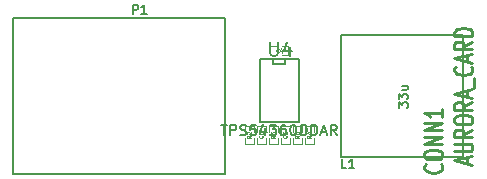
<source format=gto>
G04 (created by PCBNEW (2013-jul-07)-stable) date Mon 06 Jan 2014 12:31:09 PM EST*
%MOIN*%
G04 Gerber Fmt 3.4, Leading zero omitted, Abs format*
%FSLAX34Y34*%
G01*
G70*
G90*
G04 APERTURE LIST*
%ADD10C,0.00590551*%
%ADD11C,0.005*%
%ADD12C,0.0028*%
%ADD13C,0.006*%
%ADD14C,0.00511811*%
%ADD15C,0.01125*%
%ADD16C,0.0113*%
G04 APERTURE END LIST*
G54D10*
G54D11*
X80650Y-60363D02*
X80650Y-58257D01*
X81950Y-58257D02*
X81950Y-60363D01*
X81950Y-60363D02*
X80650Y-60363D01*
X81950Y-58257D02*
X80650Y-58257D01*
X81500Y-58250D02*
X81500Y-58450D01*
X81500Y-58450D02*
X81100Y-58450D01*
X81100Y-58450D02*
X81100Y-58250D01*
G54D12*
X82050Y-60700D02*
X82050Y-60500D01*
X82050Y-60500D02*
X81750Y-60500D01*
X81750Y-60500D02*
X81750Y-60700D01*
X82050Y-60900D02*
X82050Y-61100D01*
X82050Y-61100D02*
X81750Y-61100D01*
X81750Y-61100D02*
X81750Y-60900D01*
X82150Y-60900D02*
X82150Y-61100D01*
X82150Y-61100D02*
X82450Y-61100D01*
X82450Y-61100D02*
X82450Y-60900D01*
X82150Y-60700D02*
X82150Y-60500D01*
X82150Y-60500D02*
X82450Y-60500D01*
X82450Y-60500D02*
X82450Y-60700D01*
X80450Y-60700D02*
X80450Y-60500D01*
X80450Y-60500D02*
X80150Y-60500D01*
X80150Y-60500D02*
X80150Y-60700D01*
X80450Y-60900D02*
X80450Y-61100D01*
X80450Y-61100D02*
X80150Y-61100D01*
X80150Y-61100D02*
X80150Y-60900D01*
X81650Y-60700D02*
X81650Y-60500D01*
X81650Y-60500D02*
X81350Y-60500D01*
X81350Y-60500D02*
X81350Y-60700D01*
X81650Y-60900D02*
X81650Y-61100D01*
X81650Y-61100D02*
X81350Y-61100D01*
X81350Y-61100D02*
X81350Y-60900D01*
X80850Y-60700D02*
X80850Y-60500D01*
X80850Y-60500D02*
X80550Y-60500D01*
X80550Y-60500D02*
X80550Y-60700D01*
X80850Y-60900D02*
X80850Y-61100D01*
X80850Y-61100D02*
X80550Y-61100D01*
X80550Y-61100D02*
X80550Y-60900D01*
X81250Y-60700D02*
X81250Y-60500D01*
X81250Y-60500D02*
X80950Y-60500D01*
X80950Y-60500D02*
X80950Y-60700D01*
X81250Y-60900D02*
X81250Y-61100D01*
X81250Y-61100D02*
X80950Y-61100D01*
X80950Y-61100D02*
X80950Y-60900D01*
X81200Y-57850D02*
X81000Y-57850D01*
X81000Y-57850D02*
X81000Y-58150D01*
X81000Y-58150D02*
X81200Y-58150D01*
X81400Y-57850D02*
X81600Y-57850D01*
X81600Y-57850D02*
X81600Y-58150D01*
X81600Y-58150D02*
X81400Y-58150D01*
G54D10*
X87427Y-57472D02*
X87427Y-61527D01*
X87427Y-61527D02*
X83372Y-61527D01*
X83372Y-61527D02*
X83372Y-57472D01*
X83372Y-57472D02*
X87427Y-57472D01*
X79500Y-56901D02*
X79500Y-62098D01*
X79500Y-62098D02*
X72409Y-62098D01*
X72409Y-62098D02*
X72409Y-56901D01*
X72409Y-56901D02*
X79500Y-56901D01*
G54D13*
X80996Y-57713D02*
X80996Y-58077D01*
X81017Y-58120D01*
X81039Y-58141D01*
X81081Y-58163D01*
X81167Y-58163D01*
X81210Y-58141D01*
X81231Y-58120D01*
X81253Y-58077D01*
X81253Y-57713D01*
X81660Y-57863D02*
X81660Y-58163D01*
X81553Y-57691D02*
X81446Y-58013D01*
X81724Y-58013D01*
X79350Y-60469D02*
X79550Y-60469D01*
X79450Y-60819D02*
X79450Y-60469D01*
X79666Y-60819D02*
X79666Y-60469D01*
X79799Y-60469D01*
X79833Y-60486D01*
X79849Y-60503D01*
X79866Y-60536D01*
X79866Y-60586D01*
X79849Y-60619D01*
X79833Y-60636D01*
X79799Y-60653D01*
X79666Y-60653D01*
X79999Y-60803D02*
X80049Y-60819D01*
X80133Y-60819D01*
X80166Y-60803D01*
X80183Y-60786D01*
X80199Y-60753D01*
X80199Y-60719D01*
X80183Y-60686D01*
X80166Y-60669D01*
X80133Y-60653D01*
X80066Y-60636D01*
X80033Y-60619D01*
X80016Y-60603D01*
X79999Y-60569D01*
X79999Y-60536D01*
X80016Y-60503D01*
X80033Y-60486D01*
X80066Y-60469D01*
X80149Y-60469D01*
X80199Y-60486D01*
X80516Y-60469D02*
X80350Y-60469D01*
X80333Y-60636D01*
X80350Y-60619D01*
X80383Y-60603D01*
X80466Y-60603D01*
X80500Y-60619D01*
X80516Y-60636D01*
X80533Y-60669D01*
X80533Y-60753D01*
X80516Y-60786D01*
X80500Y-60803D01*
X80466Y-60819D01*
X80383Y-60819D01*
X80350Y-60803D01*
X80333Y-60786D01*
X80833Y-60586D02*
X80833Y-60819D01*
X80750Y-60453D02*
X80666Y-60703D01*
X80883Y-60703D01*
X80983Y-60469D02*
X81200Y-60469D01*
X81083Y-60603D01*
X81133Y-60603D01*
X81166Y-60619D01*
X81183Y-60636D01*
X81200Y-60669D01*
X81200Y-60753D01*
X81183Y-60786D01*
X81166Y-60803D01*
X81133Y-60819D01*
X81033Y-60819D01*
X81000Y-60803D01*
X80983Y-60786D01*
X81500Y-60469D02*
X81433Y-60469D01*
X81400Y-60486D01*
X81383Y-60503D01*
X81350Y-60553D01*
X81333Y-60619D01*
X81333Y-60753D01*
X81350Y-60786D01*
X81366Y-60803D01*
X81400Y-60819D01*
X81466Y-60819D01*
X81500Y-60803D01*
X81516Y-60786D01*
X81533Y-60753D01*
X81533Y-60669D01*
X81516Y-60636D01*
X81500Y-60619D01*
X81466Y-60603D01*
X81400Y-60603D01*
X81366Y-60619D01*
X81350Y-60636D01*
X81333Y-60669D01*
X81750Y-60469D02*
X81783Y-60469D01*
X81816Y-60486D01*
X81833Y-60503D01*
X81850Y-60536D01*
X81866Y-60603D01*
X81866Y-60686D01*
X81850Y-60753D01*
X81833Y-60786D01*
X81816Y-60803D01*
X81783Y-60819D01*
X81750Y-60819D01*
X81716Y-60803D01*
X81700Y-60786D01*
X81683Y-60753D01*
X81666Y-60686D01*
X81666Y-60603D01*
X81683Y-60536D01*
X81700Y-60503D01*
X81716Y-60486D01*
X81750Y-60469D01*
X82016Y-60819D02*
X82016Y-60469D01*
X82100Y-60469D01*
X82150Y-60486D01*
X82183Y-60519D01*
X82200Y-60553D01*
X82216Y-60619D01*
X82216Y-60669D01*
X82200Y-60736D01*
X82183Y-60769D01*
X82150Y-60803D01*
X82100Y-60819D01*
X82016Y-60819D01*
X82366Y-60819D02*
X82366Y-60469D01*
X82450Y-60469D01*
X82500Y-60486D01*
X82533Y-60519D01*
X82550Y-60553D01*
X82566Y-60619D01*
X82566Y-60669D01*
X82550Y-60736D01*
X82533Y-60769D01*
X82500Y-60803D01*
X82450Y-60819D01*
X82366Y-60819D01*
X82700Y-60719D02*
X82866Y-60719D01*
X82666Y-60819D02*
X82783Y-60469D01*
X82900Y-60819D01*
X83216Y-60819D02*
X83100Y-60653D01*
X83016Y-60819D02*
X83016Y-60469D01*
X83150Y-60469D01*
X83183Y-60486D01*
X83200Y-60503D01*
X83216Y-60536D01*
X83216Y-60586D01*
X83200Y-60619D01*
X83183Y-60636D01*
X83150Y-60653D01*
X83016Y-60653D01*
G54D12*
X81955Y-60820D02*
X81890Y-60860D01*
X81955Y-60888D02*
X81817Y-60888D01*
X81817Y-60842D01*
X81824Y-60831D01*
X81831Y-60825D01*
X81844Y-60820D01*
X81863Y-60820D01*
X81877Y-60825D01*
X81883Y-60831D01*
X81890Y-60842D01*
X81890Y-60888D01*
X81817Y-60711D02*
X81817Y-60768D01*
X81883Y-60774D01*
X81877Y-60768D01*
X81870Y-60757D01*
X81870Y-60728D01*
X81877Y-60717D01*
X81883Y-60711D01*
X81896Y-60705D01*
X81929Y-60705D01*
X81942Y-60711D01*
X81949Y-60717D01*
X81955Y-60728D01*
X81955Y-60757D01*
X81949Y-60768D01*
X81942Y-60774D01*
X82355Y-60820D02*
X82290Y-60860D01*
X82355Y-60888D02*
X82217Y-60888D01*
X82217Y-60842D01*
X82224Y-60831D01*
X82231Y-60825D01*
X82244Y-60820D01*
X82263Y-60820D01*
X82277Y-60825D01*
X82283Y-60831D01*
X82290Y-60842D01*
X82290Y-60888D01*
X82263Y-60717D02*
X82355Y-60717D01*
X82211Y-60745D02*
X82309Y-60774D01*
X82309Y-60700D01*
X80355Y-60820D02*
X80290Y-60860D01*
X80355Y-60888D02*
X80217Y-60888D01*
X80217Y-60842D01*
X80224Y-60831D01*
X80231Y-60825D01*
X80244Y-60820D01*
X80263Y-60820D01*
X80277Y-60825D01*
X80283Y-60831D01*
X80290Y-60842D01*
X80290Y-60888D01*
X80231Y-60774D02*
X80224Y-60768D01*
X80217Y-60757D01*
X80217Y-60728D01*
X80224Y-60717D01*
X80231Y-60711D01*
X80244Y-60705D01*
X80257Y-60705D01*
X80277Y-60711D01*
X80355Y-60780D01*
X80355Y-60705D01*
X81542Y-60820D02*
X81549Y-60825D01*
X81555Y-60842D01*
X81555Y-60854D01*
X81549Y-60871D01*
X81536Y-60882D01*
X81523Y-60888D01*
X81496Y-60894D01*
X81477Y-60894D01*
X81450Y-60888D01*
X81437Y-60882D01*
X81424Y-60871D01*
X81417Y-60854D01*
X81417Y-60842D01*
X81424Y-60825D01*
X81431Y-60820D01*
X81417Y-60717D02*
X81417Y-60740D01*
X81424Y-60751D01*
X81431Y-60757D01*
X81450Y-60768D01*
X81477Y-60774D01*
X81529Y-60774D01*
X81542Y-60768D01*
X81549Y-60762D01*
X81555Y-60751D01*
X81555Y-60728D01*
X81549Y-60717D01*
X81542Y-60711D01*
X81529Y-60705D01*
X81496Y-60705D01*
X81483Y-60711D01*
X81477Y-60717D01*
X81470Y-60728D01*
X81470Y-60751D01*
X81477Y-60762D01*
X81483Y-60768D01*
X81496Y-60774D01*
X80742Y-60820D02*
X80749Y-60825D01*
X80755Y-60842D01*
X80755Y-60854D01*
X80749Y-60871D01*
X80736Y-60882D01*
X80723Y-60888D01*
X80696Y-60894D01*
X80677Y-60894D01*
X80650Y-60888D01*
X80637Y-60882D01*
X80624Y-60871D01*
X80617Y-60854D01*
X80617Y-60842D01*
X80624Y-60825D01*
X80631Y-60820D01*
X80617Y-60711D02*
X80617Y-60768D01*
X80683Y-60774D01*
X80677Y-60768D01*
X80670Y-60757D01*
X80670Y-60728D01*
X80677Y-60717D01*
X80683Y-60711D01*
X80696Y-60705D01*
X80729Y-60705D01*
X80742Y-60711D01*
X80749Y-60717D01*
X80755Y-60728D01*
X80755Y-60757D01*
X80749Y-60768D01*
X80742Y-60774D01*
X81155Y-60820D02*
X81090Y-60860D01*
X81155Y-60888D02*
X81017Y-60888D01*
X81017Y-60842D01*
X81024Y-60831D01*
X81031Y-60825D01*
X81044Y-60820D01*
X81063Y-60820D01*
X81077Y-60825D01*
X81083Y-60831D01*
X81090Y-60842D01*
X81090Y-60888D01*
X81017Y-60780D02*
X81017Y-60705D01*
X81070Y-60745D01*
X81070Y-60728D01*
X81077Y-60717D01*
X81083Y-60711D01*
X81096Y-60705D01*
X81129Y-60705D01*
X81142Y-60711D01*
X81149Y-60717D01*
X81155Y-60728D01*
X81155Y-60762D01*
X81149Y-60774D01*
X81142Y-60780D01*
X81280Y-58042D02*
X81274Y-58049D01*
X81257Y-58055D01*
X81245Y-58055D01*
X81228Y-58049D01*
X81217Y-58036D01*
X81211Y-58023D01*
X81205Y-57996D01*
X81205Y-57977D01*
X81211Y-57950D01*
X81217Y-57937D01*
X81228Y-57924D01*
X81245Y-57917D01*
X81257Y-57917D01*
X81274Y-57924D01*
X81280Y-57931D01*
X81382Y-57963D02*
X81382Y-58055D01*
X81354Y-57911D02*
X81325Y-58009D01*
X81400Y-58009D01*
G54D14*
X83538Y-61904D02*
X83396Y-61904D01*
X83396Y-61604D01*
X83796Y-61904D02*
X83624Y-61904D01*
X83710Y-61904D02*
X83710Y-61604D01*
X83681Y-61647D01*
X83653Y-61676D01*
X83624Y-61690D01*
X85280Y-59898D02*
X85280Y-59712D01*
X85394Y-59812D01*
X85394Y-59769D01*
X85409Y-59741D01*
X85423Y-59726D01*
X85451Y-59712D01*
X85523Y-59712D01*
X85551Y-59726D01*
X85566Y-59741D01*
X85580Y-59769D01*
X85580Y-59855D01*
X85566Y-59883D01*
X85551Y-59898D01*
X85280Y-59612D02*
X85280Y-59426D01*
X85394Y-59526D01*
X85394Y-59483D01*
X85409Y-59455D01*
X85423Y-59441D01*
X85451Y-59426D01*
X85523Y-59426D01*
X85551Y-59441D01*
X85566Y-59455D01*
X85580Y-59483D01*
X85580Y-59569D01*
X85566Y-59598D01*
X85551Y-59612D01*
X85380Y-59169D02*
X85580Y-59169D01*
X85380Y-59298D02*
X85537Y-59298D01*
X85566Y-59283D01*
X85580Y-59255D01*
X85580Y-59212D01*
X85566Y-59183D01*
X85551Y-59169D01*
G54D15*
X86685Y-61782D02*
X86714Y-61803D01*
X86742Y-61867D01*
X86742Y-61910D01*
X86714Y-61975D01*
X86657Y-62017D01*
X86600Y-62039D01*
X86485Y-62060D01*
X86400Y-62060D01*
X86285Y-62039D01*
X86228Y-62017D01*
X86171Y-61975D01*
X86142Y-61910D01*
X86142Y-61867D01*
X86171Y-61803D01*
X86200Y-61782D01*
X86142Y-61503D02*
X86142Y-61417D01*
X86171Y-61375D01*
X86228Y-61332D01*
X86342Y-61310D01*
X86542Y-61310D01*
X86657Y-61332D01*
X86714Y-61375D01*
X86742Y-61417D01*
X86742Y-61503D01*
X86714Y-61546D01*
X86657Y-61589D01*
X86542Y-61610D01*
X86342Y-61610D01*
X86228Y-61589D01*
X86171Y-61546D01*
X86142Y-61503D01*
X86742Y-61117D02*
X86142Y-61117D01*
X86742Y-60860D01*
X86142Y-60860D01*
X86742Y-60646D02*
X86142Y-60646D01*
X86742Y-60389D01*
X86142Y-60389D01*
X86742Y-59939D02*
X86742Y-60196D01*
X86742Y-60067D02*
X86142Y-60067D01*
X86228Y-60110D01*
X86285Y-60153D01*
X86314Y-60196D01*
G54D16*
G54D15*
X87571Y-61760D02*
X87571Y-61546D01*
X87742Y-61803D02*
X87142Y-61653D01*
X87742Y-61503D01*
X87142Y-61353D02*
X87628Y-61353D01*
X87685Y-61332D01*
X87714Y-61310D01*
X87742Y-61267D01*
X87742Y-61182D01*
X87714Y-61139D01*
X87685Y-61117D01*
X87628Y-61096D01*
X87142Y-61096D01*
X87742Y-60624D02*
X87457Y-60774D01*
X87742Y-60882D02*
X87142Y-60882D01*
X87142Y-60710D01*
X87171Y-60667D01*
X87200Y-60646D01*
X87257Y-60624D01*
X87342Y-60624D01*
X87400Y-60646D01*
X87428Y-60667D01*
X87457Y-60710D01*
X87457Y-60882D01*
X87142Y-60346D02*
X87142Y-60260D01*
X87171Y-60217D01*
X87228Y-60174D01*
X87342Y-60153D01*
X87542Y-60153D01*
X87657Y-60174D01*
X87714Y-60217D01*
X87742Y-60260D01*
X87742Y-60346D01*
X87714Y-60389D01*
X87657Y-60432D01*
X87542Y-60453D01*
X87342Y-60453D01*
X87228Y-60432D01*
X87171Y-60389D01*
X87142Y-60346D01*
X87742Y-59703D02*
X87457Y-59853D01*
X87742Y-59960D02*
X87142Y-59960D01*
X87142Y-59789D01*
X87171Y-59746D01*
X87200Y-59724D01*
X87257Y-59703D01*
X87342Y-59703D01*
X87400Y-59724D01*
X87428Y-59746D01*
X87457Y-59789D01*
X87457Y-59960D01*
X87571Y-59532D02*
X87571Y-59317D01*
X87742Y-59574D02*
X87142Y-59424D01*
X87742Y-59274D01*
X87800Y-59232D02*
X87800Y-58889D01*
X87685Y-58524D02*
X87714Y-58546D01*
X87742Y-58610D01*
X87742Y-58653D01*
X87714Y-58717D01*
X87657Y-58760D01*
X87600Y-58782D01*
X87485Y-58803D01*
X87400Y-58803D01*
X87285Y-58782D01*
X87228Y-58760D01*
X87171Y-58717D01*
X87142Y-58653D01*
X87142Y-58610D01*
X87171Y-58546D01*
X87200Y-58524D01*
X87571Y-58353D02*
X87571Y-58139D01*
X87742Y-58396D02*
X87142Y-58246D01*
X87742Y-58096D01*
X87742Y-57689D02*
X87457Y-57839D01*
X87742Y-57946D02*
X87142Y-57946D01*
X87142Y-57775D01*
X87171Y-57732D01*
X87200Y-57710D01*
X87257Y-57689D01*
X87342Y-57689D01*
X87400Y-57710D01*
X87428Y-57732D01*
X87457Y-57775D01*
X87457Y-57946D01*
X87742Y-57496D02*
X87142Y-57496D01*
X87142Y-57389D01*
X87171Y-57325D01*
X87228Y-57282D01*
X87285Y-57260D01*
X87400Y-57239D01*
X87485Y-57239D01*
X87600Y-57260D01*
X87657Y-57282D01*
X87714Y-57325D01*
X87742Y-57389D01*
X87742Y-57496D01*
G54D16*
G54D14*
X76420Y-56767D02*
X76420Y-56467D01*
X76534Y-56467D01*
X76563Y-56481D01*
X76577Y-56495D01*
X76591Y-56524D01*
X76591Y-56567D01*
X76577Y-56595D01*
X76563Y-56609D01*
X76534Y-56624D01*
X76420Y-56624D01*
X76877Y-56767D02*
X76706Y-56767D01*
X76791Y-56767D02*
X76791Y-56467D01*
X76763Y-56509D01*
X76734Y-56538D01*
X76706Y-56552D01*
M02*

</source>
